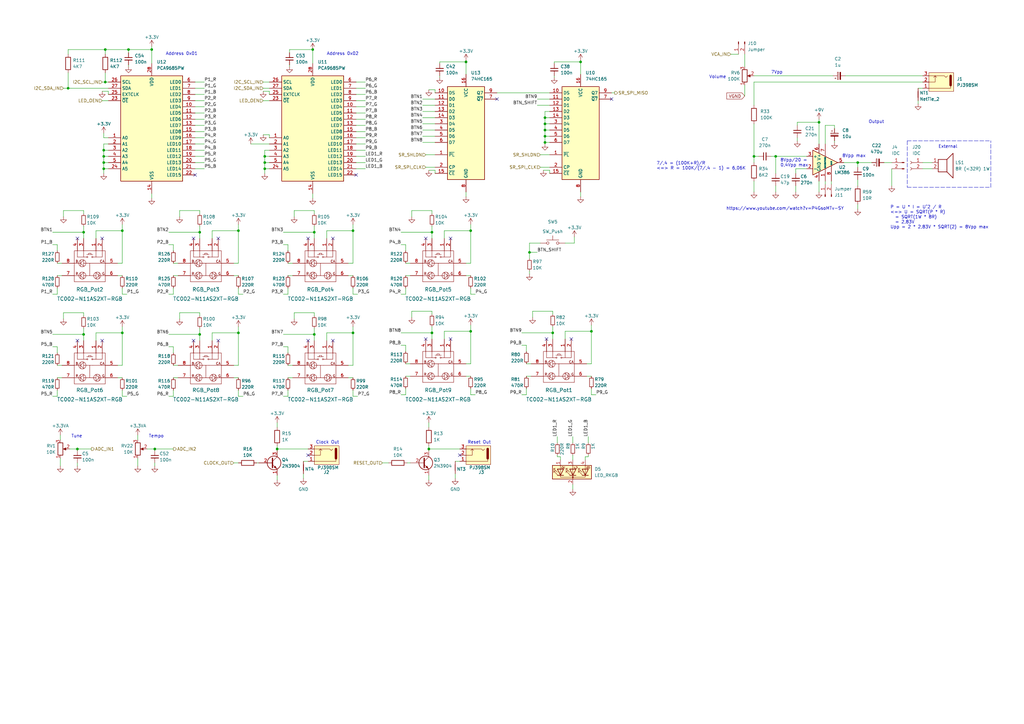
<source format=kicad_sch>
(kicad_sch (version 20211123) (generator eeschema)
  (paper "A3")
  (title_block (title "LivSynth - IO") (date "2022-07-18") (rev "${Version}") (company "SloBlo Labs"))
  (junction (at 144.78 94.615))
  (junction (at 108.585 66.675))
  (junction (at 42.545 64.135))
  (junction (at 62.23 20.32))
  (junction (at 52.705 20.32))
  (junction (at 34.29 95.25))
  (junction (at 42.545 66.675))
  (junction (at 97.79 94.615))
  (junction (at 175.895 184.15))
  (junction (at 42.545 69.215))
  (junction (at 128.27 20.32))
  (junction (at 128.905 137.16))
  (junction (at 223.52 58.42))
  (junction (at 242.57 135.89))
  (junction (at 351.79 66.675))
  (junction (at 97.79 136.525))
  (junction (at 238.125 25.4))
  (junction (at 335.915 50.165))
  (junction (at 81.915 137.16))
  (junction (at 27.94 36.195))
  (junction (at 177.165 136.525))
  (junction (at 226.695 136.525))
  (junction (at 31.75 184.15))
  (junction (at 108.585 64.135))
  (junction (at 193.04 94.615))
  (junction (at 223.52 50.8))
  (junction (at 81.915 95.25))
  (junction (at 318.135 64.135))
  (junction (at 43.18 33.655))
  (junction (at 113.665 184.15))
  (junction (at 191.135 25.4))
  (junction (at 144.78 136.525))
  (junction (at 50.165 136.525))
  (junction (at 177.165 95.25))
  (junction (at 42.545 61.595))
  (junction (at 50.165 94.615))
  (junction (at 128.905 95.25))
  (junction (at 43.18 20.32))
  (junction (at 193.04 135.89))
  (junction (at 63.5 184.15))
  (junction (at 217.17 103.505))
  (junction (at 309.245 64.135))
  (junction (at 223.52 48.26))
  (junction (at 34.29 137.16))
  (junction (at 108.585 69.215))
  (junction (at 223.52 53.34))
  (junction (at 223.52 55.88))
  (no_connect (at 234.315 139.065))
  (no_connect (at 224.155 139.065))
  (no_connect (at 79.375 97.79))
  (no_connect (at 203.835 40.64))
  (no_connect (at 80.01 71.755))
  (no_connect (at 31.75 97.79))
  (no_connect (at 41.91 97.79))
  (no_connect (at 126.365 139.7))
  (no_connect (at 188.595 186.69))
  (no_connect (at 89.535 97.79))
  (no_connect (at 184.785 97.79))
  (no_connect (at 250.825 40.64))
  (no_connect (at 31.75 139.7))
  (no_connect (at 136.525 139.7))
  (no_connect (at 184.785 139.065))
  (no_connect (at 41.91 139.7))
  (no_connect (at 146.05 71.755))
  (no_connect (at 126.365 186.69))
  (no_connect (at 126.365 97.79))
  (no_connect (at 136.525 97.79))
  (no_connect (at 79.375 139.7))
  (no_connect (at 89.535 139.7))
  (no_connect (at 174.625 97.79))
  (no_connect (at 174.625 139.065))
  (wire (pts (xy 173.355 55.88) (xy 178.435 55.88)))
  (wire (pts (xy 144.78 136.525) (xy 144.78 133.985)))
  (wire (pts (xy 309.245 64.135) (xy 311.15 64.135)))
  (wire (pts (xy 39.37 94.615) (xy 50.165 94.615)))
  (wire (pts (xy 34.29 128.27) (xy 34.29 129.54)))
  (wire (pts (xy 335.915 48.895) (xy 335.915 50.165)))
  (wire (pts (xy 221.615 63.5) (xy 225.425 63.5)))
  (wire (pts (xy 43.18 29.845) (xy 43.18 33.655)))
  (wire (pts (xy 240.665 149.225) (xy 242.57 149.225)))
  (wire (pts (xy 99.695 120.65) (xy 97.79 120.65)))
  (wire (pts (xy 175.895 194.945) (xy 175.895 196.85)))
  (wire (pts (xy 34.29 86.36) (xy 34.29 87.63)))
  (wire (pts (xy 203.835 38.1) (xy 225.425 38.1)))
  (wire (pts (xy 69.215 120.65) (xy 71.12 120.65)))
  (wire (pts (xy 69.215 100.33) (xy 71.12 100.33)))
  (wire (pts (xy 142.875 107.95) (xy 144.78 107.95)))
  (wire (pts (xy 80.01 51.435) (xy 83.82 51.435)))
  (wire (pts (xy 182.245 135.89) (xy 182.245 139.065)))
  (wire (pts (xy 242.57 161.925) (xy 242.57 159.385)))
  (wire (pts (xy 128.905 95.25) (xy 128.905 97.79)))
  (wire (pts (xy 42.545 69.215) (xy 44.45 69.215)))
  (wire (pts (xy 146.05 48.895) (xy 149.86 48.895)))
  (wire (pts (xy 220.345 43.18) (xy 225.425 43.18)))
  (wire (pts (xy 191.135 78.74) (xy 191.135 80.645)))
  (wire (pts (xy 305.435 22.225) (xy 305.435 27.305)))
  (wire (pts (xy 166.37 161.925) (xy 166.37 159.385)))
  (wire (pts (xy 193.04 94.615) (xy 193.04 107.95)))
  (wire (pts (xy 95.885 107.95) (xy 97.79 107.95)))
  (wire (pts (xy 21.59 95.25) (xy 34.29 95.25)))
  (wire (pts (xy 56.515 178.435) (xy 56.515 180.34)))
  (wire (pts (xy 318.135 64.135) (xy 318.135 71.12)))
  (wire (pts (xy 146.05 51.435) (xy 149.86 51.435)))
  (wire (pts (xy 191.135 154.305) (xy 193.04 154.305)))
  (wire (pts (xy 42.545 66.675) (xy 42.545 64.135)))
  (wire (pts (xy 241.3 187.325) (xy 241.3 186.69)))
  (wire (pts (xy 113.665 182.88) (xy 113.665 184.15)))
  (wire (pts (xy 250.825 38.1) (xy 252.095 38.1)))
  (wire (pts (xy 299.72 22.225) (xy 302.895 22.225)))
  (wire (pts (xy 81.915 95.25) (xy 81.915 97.79)))
  (wire (pts (xy 166.37 120.65) (xy 166.37 118.11)))
  (wire (pts (xy 217.17 103.505) (xy 220.345 103.505)))
  (wire (pts (xy 215.9 141.605) (xy 215.9 144.145)))
  (wire (pts (xy 327.025 51.435) (xy 327.025 50.165)))
  (wire (pts (xy 241.3 179.07) (xy 241.3 181.61)))
  (wire (pts (xy 142.875 113.03) (xy 144.78 113.03)))
  (wire (pts (xy 133.985 94.615) (xy 144.78 94.615)))
  (wire (pts (xy 175.895 184.15) (xy 175.895 184.785)))
  (wire (pts (xy 326.39 76.2) (xy 326.39 78.74)))
  (wire (pts (xy 378.46 69.215) (xy 382.27 69.215)))
  (wire (pts (xy 342.265 51.435) (xy 342.265 52.705)))
  (wire (pts (xy 52.705 26.67) (xy 52.705 27.305)))
  (wire (pts (xy 318.135 76.2) (xy 318.135 78.74)))
  (wire (pts (xy 164.465 120.65) (xy 166.37 120.65)))
  (wire (pts (xy 238.125 78.74) (xy 238.125 80.645)))
  (wire (pts (xy 217.17 111.125) (xy 217.17 112.395)))
  (wire (pts (xy 23.495 162.56) (xy 23.495 160.02)))
  (wire (pts (xy 194.945 161.925) (xy 193.04 161.925)))
  (wire (pts (xy 128.905 128.27) (xy 128.905 129.54)))
  (wire (pts (xy 31.75 184.15) (xy 31.75 184.785)))
  (wire (pts (xy 234.95 186.69) (xy 234.95 188.595)))
  (wire (pts (xy 193.04 120.65) (xy 193.04 118.11)))
  (wire (pts (xy 24.765 178.435) (xy 24.765 180.34)))
  (wire (pts (xy 26.035 36.195) (xy 27.94 36.195)))
  (wire (pts (xy 50.165 136.525) (xy 50.165 133.985)))
  (wire (pts (xy 69.215 95.25) (xy 81.915 95.25)))
  (wire (pts (xy 177.165 86.36) (xy 177.165 87.63)))
  (wire (pts (xy 95.885 154.94) (xy 97.79 154.94)))
  (wire (pts (xy 166.37 154.305) (xy 168.275 154.305)))
  (wire (pts (xy 113.665 184.15) (xy 113.665 184.785)))
  (wire (pts (xy 97.79 136.525) (xy 97.79 149.86)))
  (wire (pts (xy 102.87 59.055) (xy 110.49 59.055)))
  (wire (pts (xy 305.435 34.925) (xy 305.435 39.37)))
  (wire (pts (xy 80.01 66.675) (xy 83.82 66.675)))
  (wire (pts (xy 156.845 189.865) (xy 159.385 189.865)))
  (wire (pts (xy 116.205 95.25) (xy 128.905 95.25)))
  (wire (pts (xy 191.135 107.95) (xy 193.04 107.95)))
  (polyline (pts (xy 372.11 57.785) (xy 406.4 57.785)))
  (wire (pts (xy 226.695 136.525) (xy 226.695 139.065)))
  (wire (pts (xy 26.035 88.9) (xy 26.035 86.36)))
  (wire (pts (xy 335.915 50.165) (xy 335.915 59.055)))
  (wire (pts (xy 80.01 69.215) (xy 83.82 69.215)))
  (wire (pts (xy 73.66 128.27) (xy 81.915 128.27)))
  (wire (pts (xy 142.875 154.94) (xy 144.78 154.94)))
  (wire (pts (xy 164.465 95.25) (xy 177.165 95.25)))
  (wire (pts (xy 80.01 43.815) (xy 83.82 43.815)))
  (wire (pts (xy 223.52 50.8) (xy 223.52 48.26)))
  (wire (pts (xy 240.665 154.305) (xy 242.57 154.305)))
  (wire (pts (xy 80.01 59.055) (xy 83.82 59.055)))
  (wire (pts (xy 23.495 149.86) (xy 25.4 149.86)))
  (wire (pts (xy 39.37 136.525) (xy 39.37 139.7)))
  (wire (pts (xy 168.91 86.36) (xy 177.165 86.36)))
  (wire (pts (xy 128.27 79.375) (xy 128.27 81.28)))
  (wire (pts (xy 23.495 107.95) (xy 25.4 107.95)))
  (wire (pts (xy 177.165 127.635) (xy 177.165 128.905)))
  (wire (pts (xy 146.685 120.65) (xy 144.78 120.65)))
  (wire (pts (xy 128.905 134.62) (xy 128.905 137.16)))
  (wire (pts (xy 223.52 48.26) (xy 223.52 45.72)))
  (wire (pts (xy 42.545 64.135) (xy 44.45 64.135)))
  (wire (pts (xy 213.995 161.925) (xy 215.9 161.925)))
  (wire (pts (xy 327.025 50.165) (xy 335.915 50.165)))
  (wire (pts (xy 144.78 120.65) (xy 144.78 118.11)))
  (wire (pts (xy 174.625 63.5) (xy 178.435 63.5)))
  (wire (pts (xy 118.11 107.95) (xy 120.015 107.95)))
  (wire (pts (xy 120.65 88.9) (xy 120.65 86.36)))
  (wire (pts (xy 62.23 19.05) (xy 62.23 20.32)))
  (wire (pts (xy 351.79 66.675) (xy 357.505 66.675)))
  (wire (pts (xy 128.27 20.32) (xy 128.27 26.035)))
  (wire (pts (xy 113.665 173.355) (xy 113.665 175.26)))
  (wire (pts (xy 86.995 94.615) (xy 86.995 97.79)))
  (wire (pts (xy 166.37 100.33) (xy 166.37 102.87)))
  (wire (pts (xy 27.94 29.845) (xy 27.94 36.195)))
  (wire (pts (xy 173.355 45.72) (xy 178.435 45.72)))
  (wire (pts (xy 193.04 135.89) (xy 193.04 133.35)))
  (wire (pts (xy 124.46 189.23) (xy 126.365 189.23)))
  (wire (pts (xy 120.65 130.81) (xy 120.65 128.27)))
  (wire (pts (xy 34.29 95.25) (xy 34.29 97.79)))
  (wire (pts (xy 180.34 25.4) (xy 191.135 25.4)))
  (wire (pts (xy 63.5 189.865) (xy 63.5 191.135)))
  (wire (pts (xy 240.03 187.325) (xy 241.3 187.325)))
  (wire (pts (xy 60.325 184.15) (xy 63.5 184.15)))
  (wire (pts (xy 27.94 20.32) (xy 43.18 20.32)))
  (wire (pts (xy 108.585 61.595) (xy 110.49 61.595)))
  (wire (pts (xy 175.895 36.83) (xy 178.435 36.83)))
  (wire (pts (xy 191.135 149.225) (xy 193.04 149.225)))
  (wire (pts (xy 146.05 61.595) (xy 149.86 61.595)))
  (wire (pts (xy 107.95 41.275) (xy 110.49 41.275)))
  (wire (pts (xy 231.775 135.89) (xy 231.775 139.065)))
  (wire (pts (xy 97.79 94.615) (xy 97.79 107.95)))
  (wire (pts (xy 177.165 136.525) (xy 177.165 139.065)))
  (wire (pts (xy 223.52 53.34) (xy 225.425 53.34)))
  (wire (pts (xy 193.04 92.075) (xy 193.04 94.615)))
  (wire (pts (xy 23.495 113.03) (xy 25.4 113.03)))
  (wire (pts (xy 223.52 48.26) (xy 225.425 48.26)))
  (wire (pts (xy 86.995 94.615) (xy 97.79 94.615)))
  (wire (pts (xy 222.885 69.85) (xy 225.425 69.85)))
  (wire (pts (xy 146.05 56.515) (xy 149.86 56.515)))
  (wire (pts (xy 215.9 149.225) (xy 217.805 149.225)))
  (wire (pts (xy 167.005 189.865) (xy 168.275 189.865)))
  (wire (pts (xy 50.165 162.56) (xy 50.165 160.02)))
  (wire (pts (xy 168.91 88.9) (xy 168.91 86.36)))
  (wire (pts (xy 52.705 20.32) (xy 52.705 21.59)))
  (wire (pts (xy 81.915 92.71) (xy 81.915 95.25)))
  (wire (pts (xy 34.29 134.62) (xy 34.29 137.16)))
  (wire (pts (xy 231.775 135.89) (xy 242.57 135.89)))
  (wire (pts (xy 223.52 50.8) (xy 225.425 50.8)))
  (wire (pts (xy 144.78 162.56) (xy 144.78 160.02)))
  (wire (pts (xy 173.355 48.26) (xy 178.435 48.26)))
  (wire (pts (xy 73.66 86.36) (xy 81.915 86.36)))
  (wire (pts (xy 21.59 162.56) (xy 23.495 162.56)))
  (wire (pts (xy 229.87 187.325) (xy 228.6 187.325)))
  (wire (pts (xy 238.125 25.4) (xy 238.125 30.48)))
  (wire (pts (xy 142.875 149.86) (xy 144.78 149.86)))
  (wire (pts (xy 118.745 26.67) (xy 118.745 27.305)))
  (wire (pts (xy 86.995 136.525) (xy 97.79 136.525)))
  (wire (pts (xy 71.12 162.56) (xy 71.12 160.02)))
  (wire (pts (xy 234.95 198.755) (xy 234.95 200.66)))
  (wire (pts (xy 193.04 161.925) (xy 193.04 159.385)))
  (wire (pts (xy 213.995 141.605) (xy 215.9 141.605)))
  (wire (pts (xy 42.545 59.055) (xy 44.45 59.055)))
  (wire (pts (xy 44.45 37.465) (xy 44.45 38.735)))
  (wire (pts (xy 56.515 187.96) (xy 56.515 191.135)))
  (wire (pts (xy 223.52 58.42) (xy 223.52 55.88)))
  (wire (pts (xy 107.95 36.195) (xy 110.49 36.195)))
  (wire (pts (xy 21.59 100.33) (xy 23.495 100.33)))
  (wire (pts (xy 116.205 162.56) (xy 118.11 162.56)))
  (wire (pts (xy 50.165 136.525) (xy 50.165 149.86)))
  (wire (pts (xy 338.455 51.435) (xy 342.265 51.435)))
  (wire (pts (xy 173.355 40.64) (xy 178.435 40.64)))
  (wire (pts (xy 166.37 141.605) (xy 166.37 144.145)))
  (wire (pts (xy 309.245 33.655) (xy 378.46 33.655)))
  (wire (pts (xy 113.665 184.15) (xy 126.365 184.15)))
  (wire (pts (xy 62.23 20.32) (xy 62.23 26.035)))
  (wire (pts (xy 228.6 179.07) (xy 228.6 181.61)))
  (wire (pts (xy 178.435 69.85) (xy 178.435 71.12)))
  (wire (pts (xy 231.775 99.695) (xy 235.585 99.695)))
  (wire (pts (xy 110.49 55.245) (xy 110.49 56.515)))
  (wire (pts (xy 69.215 137.16) (xy 81.915 137.16)))
  (wire (pts (xy 318.135 64.135) (xy 330.835 64.135)))
  (wire (pts (xy 164.465 141.605) (xy 166.37 141.605)))
  (wire (pts (xy 118.745 20.32) (xy 128.27 20.32)))
  (wire (pts (xy 69.215 142.24) (xy 71.12 142.24)))
  (wire (pts (xy 335.915 74.295) (xy 335.915 78.74)))
  (wire (pts (xy 50.165 107.95) (xy 50.165 94.615)))
  (wire (pts (xy 23.495 154.94) (xy 25.4 154.94)))
  (wire (pts (xy 146.05 59.055) (xy 149.86 59.055)))
  (wire (pts (xy 326.39 69.215) (xy 330.835 69.215)))
  (wire (pts (xy 97.79 136.525) (xy 97.79 133.985)))
  (wire (pts (xy 43.18 20.32) (xy 43.18 22.225)))
  (wire (pts (xy 217.17 99.695) (xy 217.17 103.505)))
  (wire (pts (xy 80.01 64.135) (xy 83.82 64.135)))
  (wire (pts (xy 118.11 100.33) (xy 118.11 102.87)))
  (wire (pts (xy 80.01 41.275) (xy 83.82 41.275)))
  (wire (pts (xy 108.585 64.135) (xy 110.49 64.135)))
  (wire (pts (xy 340.995 74.295) (xy 340.995 75.565)))
  (wire (pts (xy 146.05 43.815) (xy 149.86 43.815)))
  (wire (pts (xy 186.69 194.31) (xy 186.69 196.215)))
  (wire (pts (xy 164.465 161.925) (xy 166.37 161.925)))
  (wire (pts (xy 80.01 38.735) (xy 83.82 38.735)))
  (wire (pts (xy 229.87 188.595) (xy 229.87 187.325)))
  (wire (pts (xy 23.495 120.65) (xy 23.495 118.11)))
  (wire (pts (xy 80.01 61.595) (xy 83.82 61.595)))
  (wire (pts (xy 133.985 94.615) (xy 133.985 97.79)))
  (wire (pts (xy 42.545 66.675) (xy 44.45 66.675)))
  (wire (pts (xy 173.355 50.8) (xy 178.435 50.8)))
  (wire (pts (xy 105.41 189.865) (xy 106.045 189.865)))
  (wire (pts (xy 69.215 162.56) (xy 71.12 162.56)))
  (wire (pts (xy 166.37 113.03) (xy 168.275 113.03)))
  (wire (pts (xy 42.545 64.135) (xy 42.545 61.595)))
  (wire (pts (xy 63.5 184.15) (xy 63.5 184.785)))
  (wire (pts (xy 146.05 69.215) (xy 149.86 69.215)))
  (wire (pts (xy 116.205 142.24) (xy 118.11 142.24)))
  (wire (pts (xy 108.585 64.135) (xy 108.585 61.595)))
  (wire (pts (xy 41.91 33.655) (xy 43.18 33.655)))
  (wire (pts (xy 116.205 100.33) (xy 118.11 100.33)))
  (wire (pts (xy 42.545 61.595) (xy 44.45 61.595)))
  (wire (pts (xy 118.745 20.32) (xy 118.745 21.59)))
  (wire (pts (xy 133.985 136.525) (xy 133.985 139.7)))
  (wire (pts (xy 234.95 179.07) (xy 234.95 181.61)))
  (wire (pts (xy 223.52 55.88) (xy 225.425 55.88)))
  (wire (pts (xy 164.465 100.33) (xy 166.37 100.33)))
  (wire (pts (xy 62.23 79.375) (xy 62.23 81.28)))
  (wire (pts (xy 217.17 106.045) (xy 217.17 103.505)))
  (wire (pts (xy 120.65 86.36) (xy 128.905 86.36)))
  (wire (pts (xy 43.18 33.655) (xy 44.45 33.655)))
  (wire (pts (xy 182.245 135.89) (xy 193.04 135.89)))
  (wire (pts (xy 175.895 173.355) (xy 175.895 175.26)))
  (polyline (pts (xy 372.11 76.835) (xy 406.4 76.835)))
  (wire (pts (xy 128.905 86.36) (xy 128.905 87.63)))
  (wire (pts (xy 26.035 128.27) (xy 34.29 128.27)))
  (wire (pts (xy 180.34 31.115) (xy 180.34 31.75)))
  (wire (pts (xy 23.495 142.24) (xy 23.495 144.78)))
  (wire (pts (xy 226.695 127.635) (xy 226.695 128.905)))
  (wire (pts (xy 50.165 94.615) (xy 50.165 92.075)))
  (wire (pts (xy 118.11 142.24) (xy 118.11 144.78)))
  (wire (pts (xy 52.07 162.56) (xy 50.165 162.56)))
  (wire (pts (xy 128.905 92.71) (xy 128.905 95.25)))
  (wire (pts (xy 28.575 184.15) (xy 31.75 184.15)))
  (wire (pts (xy 116.205 137.16) (xy 128.905 137.16)))
  (wire (pts (xy 108.585 66.675) (xy 108.585 64.135)))
  (wire (pts (xy 191.135 25.4) (xy 191.135 30.48)))
  (wire (pts (xy 309.245 50.8) (xy 309.245 64.135)))
  (wire (pts (xy 223.52 55.88) (xy 223.52 53.34)))
  (wire (pts (xy 97.79 120.65) (xy 97.79 118.11)))
  (wire (pts (xy 175.895 182.88) (xy 175.895 184.15)))
  (wire (pts (xy 97.79 162.56) (xy 97.79 160.02)))
  (wire (pts (xy 178.435 36.83) (xy 178.435 38.1)))
  (wire (pts (xy 175.895 69.85) (xy 178.435 69.85)))
  (wire (pts (xy 173.355 43.18) (xy 178.435 43.18)))
  (wire (pts (xy 217.17 99.695) (xy 221.615 99.695)))
  (wire (pts (xy 365.76 76.2) (xy 365.76 69.215)))
  (wire (pts (xy 326.39 71.12) (xy 326.39 69.215)))
  (wire (pts (xy 144.78 136.525) (xy 144.78 149.86)))
  (wire (pts (xy 218.44 130.175) (xy 218.44 127.635)))
  (wire (pts (xy 26.035 86.36) (xy 34.29 86.36)))
  (wire (pts (xy 95.885 113.03) (xy 97.79 113.03)))
  (wire (pts (xy 80.01 48.895) (xy 83.82 48.895)))
  (wire (pts (xy 71.12 100.33) (xy 71.12 102.87)))
  (wire (pts (xy 108.585 66.675) (xy 110.49 66.675)))
  (wire (pts (xy 174.625 68.58) (xy 178.435 68.58)))
  (wire (pts (xy 71.12 113.03) (xy 73.025 113.03)))
  (wire (pts (xy 71.12 149.86) (xy 73.025 149.86)))
  (wire (pts (xy 108.585 71.12) (xy 108.585 69.215)))
  (wire (pts (xy 223.52 53.34) (xy 223.52 50.8)))
  (wire (pts (xy 227.33 26.035) (xy 227.33 25.4)))
  (wire (pts (xy 309.245 33.655) (xy 309.245 43.18)))
  (wire (pts (xy 80.01 46.355) (xy 83.82 46.355)))
  (wire (pts (xy 191.135 24.765) (xy 191.135 25.4)))
  (wire (pts (xy 80.01 36.195) (xy 83.82 36.195)))
  (wire (pts (xy 27.94 22.225) (xy 27.94 20.32)))
  (wire (pts (xy 164.465 136.525) (xy 177.165 136.525)))
  (wire (pts (xy 80.01 56.515) (xy 83.82 56.515)))
  (wire (pts (xy 327.025 56.515) (xy 327.025 57.785)))
  (wire (pts (xy 182.245 94.615) (xy 193.04 94.615)))
  (wire (pts (xy 220.345 40.64) (xy 225.425 40.64)))
  (wire (pts (xy 21.59 137.16) (xy 34.29 137.16)))
  (wire (pts (xy 215.9 154.305) (xy 217.805 154.305)))
  (wire (pts (xy 235.585 97.155) (xy 235.585 99.695)))
  (wire (pts (xy 215.9 161.925) (xy 215.9 159.385)))
  (wire (pts (xy 43.18 20.32) (xy 52.705 20.32)))
  (wire (pts (xy 309.245 64.135) (xy 309.245 66.675)))
  (wire (pts (xy 146.05 33.655) (xy 149.86 33.655)))
  (wire (pts (xy 146.05 36.195) (xy 149.86 36.195)))
  (wire (pts (xy 338.455 74.295) (xy 338.455 75.565)))
  (wire (pts (xy 309.245 74.295) (xy 309.245 78.74)))
  (wire (pts (xy 168.91 130.175) (xy 168.91 127.635)))
  (wire (pts (xy 228.6 187.325) (xy 228.6 186.69)))
  (wire (pts (xy 42.545 71.12) (xy 42.545 69.215)))
  (wire (pts (xy 144.78 94.615) (xy 144.78 92.075)))
  (wire (pts (xy 27.94 36.195) (xy 44.45 36.195)))
  (wire (pts (xy 97.79 94.615) (xy 97.79 92.075)))
  (wire (pts (xy 180.34 26.035) (xy 180.34 25.4)))
  (wire (pts (xy 146.05 41.275) (xy 149.86 41.275)))
  (wire (pts (xy 177.165 95.25) (xy 177.165 97.79)))
  (wire (pts (xy 118.11 120.65) (xy 118.11 118.11)))
  (wire (pts (xy 39.37 94.615) (xy 39.37 97.79)))
  (wire (pts (xy 23.495 100.33) (xy 23.495 102.87)))
  (wire (pts (xy 116.205 120.65) (xy 118.11 120.65)))
  (wire (pts (xy 242.57 135.89) (xy 242.57 149.225)))
  (wire (pts (xy 194.945 120.65) (xy 193.04 120.65)))
  (wire (pts (xy 351.79 83.82) (xy 351.79 85.725)))
  (wire (pts (xy 21.59 120.65) (xy 23.495 120.65)))
  (wire (pts (xy 63.5 184.15) (xy 71.12 184.15)))
  (wire (pts (xy 124.46 194.31) (xy 124.46 196.215)))
  (wire (pts (xy 173.355 53.34) (xy 178.435 53.34)))
  (wire (pts (xy 362.585 66.675) (xy 365.76 66.675)))
  (wire (pts (xy 342.265 57.785) (xy 342.265 58.42)))
  (wire (pts (xy 108.585 69.215) (xy 108.585 66.675)))
  (wire (pts (xy 107.95 37.465) (xy 110.49 37.465)))
  (wire (pts (xy 193.04 135.89) (xy 193.04 149.225)))
  (wire (pts (xy 80.01 33.655) (xy 83.82 33.655)))
  (wire (pts (xy 110.49 37.465) (xy 110.49 38.735)))
  (wire (pts (xy 26.035 130.81) (xy 26.035 128.27)))
  (wire (pts (xy 146.685 162.56) (xy 144.78 162.56)))
  (wire (pts (xy 351.79 73.66) (xy 351.79 76.2)))
  (wire (pts (xy 221.615 68.58) (xy 225.425 68.58)))
  (wire (pts (xy 351.79 66.675) (xy 351.79 68.58)))
  (wire (pts (xy 42.545 61.595) (xy 42.545 59.055)))
  (wire (pts (xy 346.71 31.115) (xy 378.46 31.115)))
  (wire (pts (xy 31.75 189.865) (xy 31.75 191.135)))
  (wire (pts (xy 73.66 88.9) (xy 73.66 86.36)))
  (wire (pts (xy 346.075 66.675) (xy 351.79 66.675)))
  (wire (pts (xy 71.12 142.24) (xy 71.12 144.78)))
  (wire (pts (xy 191.135 113.03) (xy 193.04 113.03)))
  (wire (pts (xy 118.11 154.94) (xy 120.015 154.94)))
  (wire (pts (xy 168.91 127.635) (xy 177.165 127.635)))
  (polyline (pts (xy 406.4 76.835) (xy 406.4 57.785)))
  (wire (pts (xy 133.985 136.525) (xy 144.78 136.525)))
  (wire (pts (xy 34.29 92.71) (xy 34.29 95.25)))
  (wire (pts (xy 316.23 64.135) (xy 318.135 64.135)))
  (wire (pts (xy 99.695 162.56) (xy 97.79 162.56)))
  (wire (pts (xy 41.91 41.275) (xy 44.45 41.275)))
  (wire (pts (xy 31.75 184.15) (xy 37.465 184.15)))
  (polyline (pts (xy 372.11 57.785) (xy 372.11 76.835)))
  (wire (pts (xy 146.05 46.355) (xy 149.86 46.355)))
  (wire (pts (xy 52.07 120.65) (xy 50.165 120.65)))
  (wire (pts (xy 107.95 55.245) (xy 110.49 55.245)))
  (wire (pts (xy 182.245 94.615) (xy 182.245 97.79)))
  (wire (pts (xy 177.165 92.71) (xy 177.165 95.25)))
  (wire (pts (xy 227.33 25.4) (xy 238.125 25.4)))
  (wire (pts (xy 50.165 120.65) (xy 50.165 118.11)))
  (wire (pts (xy 108.585 69.215) (xy 110.49 69.215)))
  (wire (pts (xy 223.52 59.055) (xy 223.52 58.42)))
  (wire (pts (xy 146.05 53.975) (xy 149.86 53.975)))
  (wire (pts (xy 48.26 149.86) (xy 50.165 149.86)))
  (wire (pts (xy 376.555 36.195) (xy 378.46 36.195)))
  (wire (pts (xy 48.26 113.03) (xy 50.165 113.03)))
  (wire (pts (xy 113.665 194.945) (xy 113.665 196.85)))
  (wire (pts (xy 86.995 136.525) (xy 86.995 139.7)))
  (wire (pts (xy 95.885 189.865) (xy 97.79 189.865)))
  (wire (pts (xy 166.37 107.95) (xy 168.275 107.95)))
  (wire (pts (xy 71.12 154.94) (xy 73.025 154.94)))
  (wire (pts (xy 48.26 154.94) (xy 50.165 154.94)))
  (wire (pts (xy 225.425 69.85) (xy 225.425 71.12)))
  (wire (pts (xy 226.695 133.985) (xy 226.695 136.525)))
  (wire (pts (xy 146.05 66.675) (xy 149.86 66.675)))
  (wire (pts (xy 309.245 31.115) (xy 341.63 31.115)))
  (wire (pts (xy 34.29 137.16) (xy 34.29 139.7)))
  (wire (pts (xy 48.26 107.95) (xy 50.165 107.95)))
  (wire (pts (xy 175.895 184.15) (xy 188.595 184.15)))
  (wire (pts (xy 42.545 69.215) (xy 42.545 66.675)))
  (wire (pts (xy 81.915 137.16) (xy 81.915 139.7)))
  (wire (pts (xy 173.355 58.42) (xy 178.435 58.42)))
  (wire (pts (xy 186.69 189.23) (xy 188.595 189.23)))
  (wire (pts (xy 242.57 135.89) (xy 242.57 133.35)))
  (wire (pts (xy 223.52 45.72) (xy 225.425 45.72)))
  (wire (pts (xy 41.91 37.465) (xy 44.45 37.465)))
  (wire (pts (xy 80.01 53.975) (xy 83.82 53.975)))
  (wire (pts (xy 95.885 149.86) (xy 97.79 149.86)))
  (wire (pts (xy 146.05 64.135) (xy 149.86 64.135)))
  (wire (pts (xy 213.995 136.525) (xy 226.695 136.525)))
  (wire (pts (xy 378.46 66.675) (xy 382.27 66.675)))
  (wire (pts (xy 244.475 161.925) (xy 242.57 161.925)))
  (wire (pts (xy 120.65 128.27) (xy 128.905 128.27)))
  (wire (pts (xy 240.03 188.595) (xy 240.03 187.325)))
  (wire (pts (xy 24.765 187.96) (xy 24.765 191.135)))
  (wire (pts (xy 118.11 162.56) (xy 118.11 160.02)))
  (wire (pts (xy 71.12 120.65) (xy 71.12 118.11)))
  (wire (pts (xy 223.52 58.42) (xy 225.425 58.42)))
  (wire (pts (xy 81.915 134.62) (xy 81.915 137.16)))
  (wire (pts (xy 107.95 33.655) (xy 110.49 33.655)))
  (wire (pts (xy 81.915 86.36) (xy 81.915 87.63)))
  (wire (pts (xy 227.33 31.115) (xy 227.33 31.75)))
  (wire (pts (xy 118.11 149.86) (xy 120.015 149.86)))
  (wire (pts (xy 81.915 128.27) (xy 81.915 129.54)))
  (wire (pts (xy 73.66 130.81) (xy 73.66 128.27)))
  (wire (pts (xy 39.37 136.525) (xy 50.165 136.525)))
  (wire (pts (xy 71.12 107.95) (xy 73.025 107.95)))
  (wire (pts (xy 42.545 56.515) (xy 42.545 54.61)))
  (wire (pts (xy 376.555 41.275) (xy 376.555 42.545)))
  (wire (pts (xy 166.37 149.225) (xy 168.275 149.225)))
  (wire (pts (xy 338.455 59.055) (xy 338.455 51.435)))
  (wire (pts (xy 238.125 24.765) (xy 238.125 25.4)))
  (wire (pts (xy 52.705 20.32) (xy 62.23 20.32)))
  (wire (pts (xy 21.59 142.24) (xy 23.495 142.24)))
  (wire (pts (xy 218.44 127.635) (xy 226.695 127.635)))
  (wire (pts (xy 128.905 137.16) (xy 128.905 139.7)))
  (wire (pts (xy 44.45 56.515) (xy 42.545 56.515)))
  (wire (pts (xy 144.78 94.615) (xy 144.78 107.95)))
  (wire (pts (xy 177.165 133.985) (xy 177.165 136.525)))
  (wire (pts (xy 118.11 113.03) (xy 120.015 113.03)))
  (wire (pts (xy 146.05 38.735) (xy 149.86 38.735)))
  (text "Address 0x01" (at 67.945 22.86 0) (effects (font (size 1.27 1.27)) (justify left bottom)))
  (text "Clock Out" (at 129.54 182.245 0) (effects (font (size 1.27 1.27)) (justify left bottom)))
  (text "8Vpp/20 =\n0,4Vpp max" (at 320.04 68.58 0) (effects (font (size 1.27 1.27)) (justify left bottom)))
  (text "https://www.youtube.com/watch?v=P4GsoMTv-SY" (at 297.815 86.36 0) (effects (font (size 1.27 1.27)) (justify left bottom)))
  (text "Tempo" (at 60.96 179.705 0) (effects (font (size 1.27 1.27)) (justify left bottom)))
  (text "Tune" (at 29.21 179.705 0) (effects (font (size 1.27 1.27)) (justify left bottom)))
  (text "Output" (at 356.235 50.8 0) (effects (font (size 1.27 1.27)) (justify left bottom)))
  (text "7/,4 = (100K+R)/R\n<=> R = 100K/(7/,4 - 1) = 6,06K" (at 269.24 69.85 0) (effects (font (size 1.27 1.27)) (justify left bottom)))
  (text "Address 0x02" (at 133.985 22.86 0) (effects (font (size 1.27 1.27)) (justify left bottom)))
  (text "Volume" (at 290.83 32.385 0) (effects (font (size 1.27 1.27)) (justify left bottom)))
  (text "Reset Out" (at 191.77 182.245 0) (effects (font (size 1.27 1.27)) (justify left bottom)))
  (text "External" (at 384.81 60.96 0) (effects (font (size 1.27 1.27)) (justify left bottom)))
  (text "8Vpp max" (at 345.44 64.77 0) (effects (font (size 1.27 1.27)) (justify left bottom)))
  (text "P = U * I = U^2 / R\n<=> U = SQRT(P * R)\n  = SQRT(1W * 8R)\n  = 2,83V\nUpp = 2 * 2,83V * SQRT(2) = 8Vpp max" (at 365.125 93.98 0) (effects (font (size 1.27 1.27)) (justify left bottom)))
  (text "7Vpp" (at 316.23 30.48 0) (effects (font (size 1.27 1.27)) (justify left bottom)))
  (label "P2_R" (at 69.215 120.65 180))
  (label "P5_G" (at 83.82 66.675 0))
  (label "P3_G" (at 146.685 120.65 0))
  (label "P2_B" (at 69.215 100.33 180))
  (label "BTN4" (at 164.465 95.25 180))
  (label "LED1_B" (at 149.86 69.215 0))
  (label "P5_G" (at 52.07 162.56 0))
  (label "P2_B" (at 83.82 46.355 0))
  (label "P7_G" (at 146.685 162.56 0))
  (label "LED1_R" (at 228.6 179.07 90))
  (label "BTN1" (at 173.355 40.64 180))
  (label "P4_G" (at 194.945 120.65 0))
  (label "P6_B" (at 69.215 142.24 180))
  (label "P1_R" (at 21.59 120.65 180))
  (label "P6_G" (at 149.86 36.195 0))
  (label "P1_G" (at 52.07 120.65 0))
  (label "P4_B" (at 164.465 100.33 180))
  (label "BTN3" (at 116.205 95.25 180))
  (label "P6_R" (at 69.215 162.56 180))
  (label "P8_R" (at 164.465 161.925 180))
  (label "BTN4" (at 173.355 48.26 180))
  (label "P5_R" (at 83.82 64.135 0))
  (label "LED1_G" (at 149.86 66.675 0))
  (label "BTN5" (at 21.59 137.16 180))
  (label "P7_G" (at 149.86 43.815 0))
  (label "P8_R" (at 149.86 48.895 0))
  (label "P7_R" (at 149.86 41.275 0))
  (label "P3_G" (at 83.82 51.435 0))
  (label "BTN7" (at 116.205 137.16 180))
  (label "P7_B" (at 116.205 142.24 180))
  (label "BTN6" (at 69.215 137.16 180))
  (label "BTN2" (at 173.355 43.18 180))
  (label "P1_B" (at 83.82 38.735 0))
  (label "BTN_SHIFT" (at 220.345 103.505 0))
  (label "P5_R" (at 21.59 162.56 180))
  (label "P4_R" (at 83.82 56.515 0))
  (label "P5_B" (at 21.59 142.24 180))
  (label "P5_B" (at 83.82 69.215 0))
  (label "BTN8" (at 164.465 136.525 180))
  (label "P2_G" (at 99.695 120.65 0))
  (label "P9_B" (at 213.995 141.605 180))
  (label "P1_B" (at 21.59 100.33 180))
  (label "LED1_G" (at 234.95 179.07 90))
  (label "LED1_B" (at 241.3 179.07 90))
  (label "P6_R" (at 149.86 33.655 0))
  (label "BTN6" (at 173.355 53.34 180))
  (label "P2_R" (at 83.82 41.275 0))
  (label "P3_B" (at 83.82 53.975 0))
  (label "BTN1" (at 21.59 95.25 180))
  (label "BTN_SHIFT" (at 220.345 43.18 180))
  (label "P3_R" (at 116.205 120.65 180))
  (label "BTN3" (at 173.355 45.72 180))
  (label "P9_R" (at 149.86 56.515 0))
  (label "P3_R" (at 83.82 48.895 0))
  (label "P6_B" (at 149.86 38.735 0))
  (label "BTN5" (at 173.355 50.8 180))
  (label "BTN8" (at 173.355 58.42 180))
  (label "P2_G" (at 83.82 43.815 0))
  (label "P9_R" (at 213.995 161.925 180))
  (label "P9_G" (at 244.475 161.925 0))
  (label "P8_B" (at 149.86 53.975 0))
  (label "BTN9" (at 220.345 40.64 180))
  (label "P1_R" (at 83.82 33.655 0))
  (label "P9_B" (at 149.86 61.595 0))
  (label "P9_G" (at 149.86 59.055 0))
  (label "BTN2" (at 69.215 95.25 180))
  (label "P7_R" (at 116.205 162.56 180))
  (label "P8_G" (at 149.86 51.435 0))
  (label "BTN7" (at 173.355 55.88 180))
  (label "P8_G" (at 194.945 161.925 0))
  (label "BTN9" (at 213.995 136.525 180))
  (label "P4_R" (at 164.465 120.65 180))
  (label "P7_B" (at 149.86 46.355 0))
  (label "P1_G" (at 83.82 36.195 0))
  (label "LED1_R" (at 149.86 64.135 0))
  (label "P8_B" (at 164.465 141.605 180))
  (label "P6_G" (at 99.695 162.56 0))
  (label "P4_G" (at 83.82 59.055 0))
  (label "P3_B" (at 116.205 100.33 180))
  (label "P4_B" (at 83.82 61.595 0))
  (global_label "VGND" (shape input) (at 305.435 39.37 180) (property "Intersheet References" "${INTERSHEET_REFS}" (effects hide)))
  (hierarchical_label "ADC_IN2" (shape output) (at 71.12 184.15 0))
  (hierarchical_label "RESET_OUT" (shape input) (at 156.845 189.865 180))
  (hierarchical_label "LED_OEN" (shape input) (at 107.95 41.275 180))
  (hierarchical_label "SR_SPI_MISO" (shape output) (at 252.095 38.1 0))
  (hierarchical_label "I2C_SCL_IN" (shape input) (at 41.91 33.655 180))
  (hierarchical_label "CLOCK_OUT" (shape input) (at 95.885 189.865 180))
  (hierarchical_label "I2C_SDA_IN" (shape input) (at 107.95 36.195 180))
  (hierarchical_label "VCA_IN" (shape input) (at 299.72 22.225 180))
  (hierarchical_label "I2C_SDA_IN" (shape input) (at 26.035 36.195 180))
  (hierarchical_label "SR_SHLDN" (shape input) (at 174.625 63.5 180))
  (hierarchical_label "ADC_IN1" (shape output) (at 37.465 184.15 0))
  (hierarchical_label "SR_SHLDN" (shape input) (at 221.615 63.5 180))
  (hierarchical_label "LED_OEN" (shape input) (at 41.91 41.275 180))
  (hierarchical_label "SR_SPI_CLK" (shape input) (at 174.625 68.58 180))
  (hierarchical_label "SR_SPI_CLK" (shape input) (at 221.615 68.58 180))
  (hierarchical_label "I2C_SCL_IN" (shape input) (at 107.95 33.655 180))
  (symbol (lib_id "power:GND") (at 56.515 191.135 0) (unit 1)
    (property "Reference" "#PWR0120" (effects hide))
    (property "Value" "GND" (effects hide))
  )
  (symbol (lib_id "power:GND") (at 175.895 36.83 0) (unit 1)
    (property "Reference" "#PWR070" (effects hide))
    (property "Value" "GND" (effects hide))
  )
  (symbol (lib_id "power:GND") (at 175.895 69.85 0) (unit 1)
    (property "Reference" "#PWR080" (effects hide))
    (property "Value" "GND" (effects hide))
  )
  (symbol (lib_id "Device:R") (at 101.6 189.865 90) (unit 1)
    (property "Reference" "R16" (at 101.6 184.15 90))
    (property "Value" "10K" (at 101.6 186.69 90))
    (property "Footprint" "Resistor_THT:R_Axial_DIN0207_L6.3mm_D2.5mm_P7.62mm_Horizontal" (effects hide))
  )
  (symbol (lib_id "Driver_LED:PCA9685PW") (at 62.23 51.435 0) (unit 1)
    (property "Reference" "U12" (at 64.2494 25.4 0) (effects (justify left)))
    (property "Value" "PCA9685PW" (at 64.2494 27.94 0) (effects (justify left)))
    (property "Footprint" "Package_SO:TSSOP-28_4.4x9.7mm_P0.65mm" (effects hide))
    (property "Datasheet" "http://www.nxp.com/documents/data_sheet/PCA9685.pdf" (effects hide))
    (property "LCSC" "C2688894" (effects hide))
  )
  (symbol (lib_id "Device:R_Small") (at 193.04 156.845 0) (unit 1)
    (property "Reference" "R95" (at 194.31 155.575 0) (effects (justify left)))
    (property "Value" "220R" (at 194.31 158.115 0) (effects (justify left)))
    (property "Footprint" "Resistor_THT:R_Axial_DIN0207_L6.3mm_D2.5mm_P7.62mm_Horizontal" (effects hide))
  )
  (symbol (lib_id "power:GND") (at 52.705 27.305 0) (unit 1)
    (property "Reference" "#PWR066" (effects hide))
    (property "Value" "GND" (effects hide))
  )
  (symbol (lib_id "Device:R") (at 163.195 189.865 90) (unit 1)
    (property "Reference" "R14" (at 163.195 184.15 90))
    (property "Value" "10K" (at 163.195 186.69 90))
    (property "Footprint" "Resistor_THT:R_Axial_DIN0207_L6.3mm_D2.5mm_P7.62mm_Horizontal" (effects hide))
  )
  (symbol (lib_id "Device:R_Small") (at 215.9 146.685 0) (unit 1)
    (property "Reference" "R80" (at 209.55 145.415 0) (effects (justify left)))
    (property "Value" "220R" (at 209.55 147.955 0) (effects (justify left)))
    (property "Footprint" "Resistor_THT:R_Axial_DIN0207_L6.3mm_D2.5mm_P7.62mm_Horizontal" (effects hide))
  )
  (symbol (lib_id "Device:R_Small") (at 241.3 184.15 180) (unit 1)
    (property "Reference" "R9" (at 239.395 181.61 90) (effects (justify left)))
    (property "Value" "1K" (at 243.205 181.61 90) (effects (justify left)))
    (property "Footprint" "Resistor_THT:R_Axial_DIN0207_L6.3mm_D2.5mm_P7.62mm_Horizontal" (effects hide))
  )
  (symbol (lib_id "Device:R") (at 351.79 80.01 0) (unit 1)
    (property "Reference" "R59" (at 353.695 78.7399 0) (effects (justify left)))
    (property "Value" "10R" (at 353.695 81.2799 0) (effects (justify left)))
    (property "Footprint" "Resistor_THT:R_Axial_DIN0207_L6.3mm_D2.5mm_P7.62mm_Horizontal" (effects hide))
  )
  (symbol (lib_id "SloBlo:TC002-N11AS2XT-RGB") (at 131.445 109.22 0) (unit 1)
    (property "Reference" "RGB_Pot4" (at 131.445 118.745 0) (effects (font (size 1.524 1.524))))
    (property "Value" "TC002-N11AS2XT-RGB" (at 131.445 122.555 0) (effects (font (size 1.524 1.524))))
    (property "Footprint" "SloBlo:TC002-N11AS2XT-RGB" (effects hide))
  )
  (symbol (lib_id "Device:R_Small") (at 226.695 131.445 0) (unit 1)
    (property "Reference" "R82" (at 227.965 130.175 0) (effects (justify left)))
    (property "Value" "10K" (at 227.965 132.715 0) (effects (justify left)))
    (property "Footprint" "Resistor_THT:R_Axial_DIN0207_L6.3mm_D2.5mm_P7.62mm_Horizontal" (effects hide))
  )
  (symbol (lib_id "power:GND") (at 128.27 81.28 0) (unit 1)
    (property "Reference" "#PWR092" (effects hide))
    (property "Value" "GND" (effects hide))
  )
  (symbol (lib_id "Device:C_Polarized_Small") (at 344.17 31.115 90) (unit 1)
    (property "Reference" "C2" (at 343.6239 24.13 90))
    (property "Value" "1u" (at 343.6239 26.67 90))
    (property "Footprint" "Capacitor_THT:C_Rect_L7.2mm_W5.5mm_P5.00mm_FKS2_FKP2_MKS2_MKP2" (effects hide))
  )
  (symbol (lib_id "power:GND") (at 326.39 78.74 0) (unit 1)
    (property "Reference" "#PWR087" (effects hide))
    (property "Value" "GND" (effects hide))
  )
  (symbol (lib_id "Device:C_Small") (at 227.33 28.575 0) (unit 1)
    (property "Reference" "C38" (at 229.87 27.305 0) (effects (justify left)))
    (property "Value" "100n" (at 229.87 29.845 0) (effects (justify left)))
    (property "Footprint" "Capacitor_THT:C_Rect_L7.2mm_W2.5mm_P5.00mm_FKS2_FKP2_MKS2_MKP2" (effects hide))
  )
  (symbol (lib_id "Device:C_Small") (at 118.745 24.13 0) (unit 1)
    (property "Reference" "C53" (at 121.285 22.86 0) (effects (justify left)))
    (property "Value" "100n" (at 121.285 25.4 0) (effects (justify left)))
    (property "Footprint" "Capacitor_THT:C_Rect_L7.2mm_W2.5mm_P5.00mm_FKS2_FKP2_MKS2_MKP2" (effects hide))
  )
  (symbol (lib_id "power:+3.3V") (at 144.78 92.075 0) (unit 1)
    (property "Reference" "#PWR0100" (effects hide))
    (property "Value" "+3.3V" (at 144.78 88.265 0))
  )
  (symbol (lib_id "Device:R_Small") (at 118.11 105.41 0) (unit 1)
    (property "Reference" "R124" (at 111.76 104.14 0) (effects (justify left)))
    (property "Value" "220R" (at 111.76 106.68 0) (effects (justify left)))
    (property "Footprint" "Resistor_THT:R_Axial_DIN0207_L6.3mm_D2.5mm_P7.62mm_Horizontal" (effects hide))
  )
  (symbol (lib_id "Device:C_Small") (at 326.39 73.66 180) (unit 1)
    (property "Reference" "C6" (at 328.295 72.39 0) (effects (justify right)))
    (property "Value" "270n" (at 328.295 74.93 0) (effects (justify right)))
    (property "Footprint" "Capacitor_THT:C_Rect_L7.2mm_W4.5mm_P5.00mm_FKS2_FKP2_MKS2_MKP2" (effects hide))
  )
  (symbol (lib_id "Device:R") (at 175.895 179.07 0) (unit 1)
    (property "Reference" "R13" (at 177.8 177.7999 0) (effects (justify left)))
    (property "Value" "1K" (at 177.8 180.3399 0) (effects (justify left)))
    (property "Footprint" "Resistor_THT:R_Axial_DIN0207_L6.3mm_D2.5mm_P7.62mm_Horizontal" (effects hide))
  )
  (symbol (lib_id "power:GND") (at 41.91 37.465 0) (unit 1)
    (property "Reference" "#PWR071" (effects hide))
    (property "Value" "GND" (effects hide))
  )
  (symbol (lib_id "power:GND") (at 191.135 80.645 0) (unit 1)
    (property "Reference" "#PWR089" (effects hide))
    (property "Value" "GND" (effects hide))
  )
  (symbol (lib_id "SloBlo:TC002-N11AS2XT-RGB") (at 131.445 151.13 0) (unit 1)
    (property "Reference" "RGB_Pot7" (at 131.445 160.02 0) (effects (font (size 1.524 1.524))))
    (property "Value" "TC002-N11AS2XT-RGB" (at 131.445 163.83 0) (effects (font (size 1.524 1.524))))
    (property "Footprint" "SloBlo:TC002-N11AS2XT-RGB" (effects hide))
  )
  (symbol (lib_id "Device:R_Small") (at 228.6 184.15 180) (unit 1)
    (property "Reference" "R10" (at 226.695 181.61 90) (effects (justify left)))
    (property "Value" "220R" (at 230.505 181.61 90) (effects (justify left)))
    (property "Footprint" "Resistor_THT:R_Axial_DIN0207_L6.3mm_D2.5mm_P7.62mm_Horizontal" (effects hide))
  )
  (symbol (lib_id "SloBlo:PJ398SM_(Thonkiconn)") (at 191.135 186.69 180) (unit 1)
    (property "Reference" "J3" (at 196.215 193.675 0) (effects (justify right)))
    (property "Value" "PJ398SM" (at 192.405 191.77 0) (effects (justify right)))
    (property "Footprint" "SloBlo:Thonkiconn_PJ398SM" (effects hide))
    (property "Datasheet" "http://www.qingpu-electronics.com/en/products/WQP-PJ398SM-362.html" (effects hide))
  )
  (symbol (lib_id "power:GND") (at 351.79 85.725 0) (unit 1)
    (property "Reference" "#PWR093" (effects hide))
    (property "Value" "GND" (effects hide))
  )
  (symbol (lib_id "power:GND") (at 335.915 78.74 0) (unit 1)
    (property "Reference" "#PWR088" (effects hide))
    (property "Value" "GND" (effects hide))
  )
  (symbol (lib_id "Transistor_BJT:2N3904") (at 173.355 189.865 0) (unit 1)
    (property "Reference" "Q3" (at 177.8 188.595 0) (effects (justify left)))
    (property "Value" "2N3904" (at 177.8 191.135 0) (effects (justify left)))
    (property "Footprint" "Package_TO_SOT_THT:TO-92_Inline" (effects hide))
    (property "Datasheet" "https://www.onsemi.com/pub/Collateral/2N3903-D.PDF" (effects hide))
  )
  (symbol (lib_id "power:GND") (at 118.745 27.305 0) (unit 1)
    (property "Reference" "#PWR067" (effects hide))
    (property "Value" "GND" (effects hide))
  )
  (symbol (lib_id "Device:R_Small") (at 50.165 115.57 0) (unit 1)
    (property "Reference" "R110" (at 51.435 114.3 0) (effects (justify left)))
    (property "Value" "220R" (at 51.435 116.84 0) (effects (justify left)))
    (property "Footprint" "Resistor_THT:R_Axial_DIN0207_L6.3mm_D2.5mm_P7.62mm_Horizontal" (effects hide))
  )
  (symbol (lib_id "Switch:SW_Push") (at 226.695 99.695 0) (unit 1)
    (property "Reference" "SW5" (at 226.695 90.9574 0))
    (property "Value" "SW_Push" (at 226.695 94.9452 0))
    (property "Footprint" "SloBlo:E-Switch_TL1105SP" (effects hide))
  )
  (symbol (lib_id "power:GND") (at 24.765 191.135 0) (unit 1)
    (property "Reference" "#PWR0118" (effects hide))
    (property "Value" "GND" (effects hide))
  )
  (symbol (lib_id "Connector:Conn_01x02_Male") (at 302.895 17.145 90) (mirror x) (unit 1)
    (property "Reference" "J10" (at 306.705 17.78 90) (effects (justify right)))
    (property "Value" "Jumper" (at 306.705 20.32 90) (effects (justify right)))
    (property "Footprint" "Connector_PinHeader_2.54mm:PinHeader_1x02_P2.54mm_Vertical" (effects hide))
  )
  (symbol (lib_id "SloBlo:TC002-N11AS2XT-RGB") (at 84.455 109.22 0) (unit 1)
    (property "Reference" "RGB_Pot3" (at 84.455 118.745 0) (effects (font (size 1.524 1.524))))
    (property "Value" "TC002-N11AS2XT-RGB" (at 84.455 122.555 0) (effects (font (size 1.524 1.524))))
    (property "Footprint" "SloBlo:TC002-N11AS2XT-RGB" (effects hide))
  )
  (symbol (lib_id "74xx:74HC165") (at 238.125 53.34 0) (unit 1)
    (property "Reference" "U10" (at 240.1444 29.845 0) (effects (justify left)))
    (property "Value" "74HC165" (at 240.1444 32.385 0) (effects (justify left)))
    (property "Footprint" "Package_SO:SOIC-16_3.9x9.9mm_P1.27mm" (effects hide))
    (property "Datasheet" "https://assets.nexperia.com/documents/data-sheet/74HC_HCT165.pdf" (effects hide))
    (property "LCSC" "C7334" (effects hide))
  )
  (symbol (lib_id "power:+3.3V") (at 242.57 133.35 0) (unit 1)
    (property "Reference" "#PWR0110" (effects hide))
    (property "Value" "+3.3V" (at 242.57 129.54 0))
  )
  (symbol (lib_id "power:GND") (at 238.125 80.645 0) (unit 1)
    (property "Reference" "#PWR090" (effects hide))
    (property "Value" "GND" (effects hide))
  )
  (symbol (lib_id "power:+3.3V") (at 97.79 133.985 0) (unit 1)
    (property "Reference" "#PWR0112" (effects hide))
    (property "Value" "+3.3V" (at 97.79 130.175 0))
  )
  (symbol (lib_id "Device:R_Small") (at 118.11 157.48 0) (unit 1)
    (property "Reference" "R117" (at 111.76 156.21 0) (effects (justify left)))
    (property "Value" "470R" (at 111.76 158.75 0) (effects (justify left)))
    (property "Footprint" "Resistor_THT:R_Axial_DIN0207_L6.3mm_D2.5mm_P7.62mm_Horizontal" (effects hide))
  )
  (symbol (lib_id "Device:NetTie_2") (at 186.69 191.77 90) (unit 1)
    (property "Reference" "NT3" (at 187.325 192.405 90) (effects (justify right)))
    (property "Value" "NetTie_2" (effects hide))
    (property "Footprint" "NetTie:NetTie-2_SMD_Pad2.0mm" (effects hide))
  )
  (symbol (lib_id "Device:R_Potentiometer") (at 305.435 31.115 0) (mirror x) (unit 1)
    (property "Reference" "RV6" (at 303.53 29.8449 0) (effects (justify right)))
    (property "Value" "100K" (at 303.53 32.3849 0) (effects (justify right)))
    (property "Footprint" "SloBlo:Alpha_RD901F" (effects hide))
  )
  (symbol (lib_id "SloBlo:PJ398SM_(Thonkiconn)") (at 128.905 186.69 180) (unit 1)
    (property "Reference" "J2" (at 132.715 193.675 0) (effects (justify right)))
    (property "Value" "PJ398SM" (at 130.175 191.77 0) (effects (justify right)))
    (property "Footprint" "SloBlo:Thonkiconn_PJ398SM" (effects hide))
    (property "Datasheet" "http://www.qingpu-electronics.com/en/products/WQP-PJ398SM-362.html" (effects hide))
  )
  (symbol (lib_id "SloBlo:TC002-N11AS2XT-RGB") (at 36.83 151.13 0) (unit 1)
    (property "Reference" "RGB_Pot6" (at 36.83 160.02 0) (effects (font (size 1.524 1.524))))
    (property "Value" "TC002-N11AS2XT-RGB" (at 36.83 163.83 0) (effects (font (size 1.524 1.524))))
    (property "Footprint" "SloBlo:TC002-N11AS2XT-RGB" (effects hide))
  )
  (symbol (lib_id "Device:C_Small") (at 52.705 24.13 0) (unit 1)
    (property "Reference" "C54" (at 55.245 22.86 0) (effects (justify left)))
    (property "Value" "100n" (at 55.245 25.4 0) (effects (justify left)))
    (property "Footprint" "Capacitor_THT:C_Rect_L7.2mm_W2.5mm_P5.00mm_FKS2_FKP2_MKS2_MKP2" (effects hide))
  )
  (symbol (lib_id "power:GND") (at 309.245 78.74 0) (unit 1)
    (property "Reference" "#PWR085" (effects hide))
    (property "Value" "GND" (effects hide))
  )
  (symbol (lib_id "Device:R") (at 309.245 70.485 0) (unit 1)
    (property "Reference" "R34" (at 311.15 69.2149 0) (effects (justify left)))
    (property "Value" "6K2" (at 311.15 71.7549 0) (effects (justify left)))
    (property "Footprint" "Resistor_THT:R_Axial_DIN0207_L6.3mm_D2.5mm_P7.62mm_Horizontal" (effects hide))
  )
  (symbol (lib_id "Device:C_Polarized_Small") (at 342.265 55.245 0) (unit 1)
    (property "Reference" "C8" (at 345.44 53.4288 0) (effects (justify left)))
    (property "Value" "10u" (at 345.44 55.9688 0) (effects (justify left)))
    (property "Footprint" "Capacitor_THT:CP_Radial_D8.0mm_P3.50mm" (effects hide))
  )
  (symbol (lib_id "Device:R") (at 27.94 26.035 0) (unit 1)
    (property "Reference" "R111" (at 29.845 24.7649 0) (effects (justify left)))
    (property "Value" "4K7" (at 29.845 27.3049 0) (effects (justify left)))
    (property "Footprint" "Resistor_THT:R_Axial_DIN0207_L6.3mm_D2.5mm_P7.62mm_Horizontal" (effects hide))
  )
  (symbol (lib_id "Device:R_Small") (at 166.37 146.685 0) (unit 1)
    (property "Reference" "R113" (at 160.02 145.415 0) (effects (justify left)))
    (property "Value" "220R" (at 160.02 147.955 0) (effects (justify left)))
    (property "Footprint" "Resistor_THT:R_Axial_DIN0207_L6.3mm_D2.5mm_P7.62mm_Horizontal" (effects hide))
  )
  (symbol (lib_id "power:+3.3V") (at 102.87 59.055 0) (unit 1)
    (property "Reference" "#PWR079" (effects hide))
    (property "Value" "+3.3V" (at 102.87 55.245 0))
  )
  (symbol (lib_id "power:+3.3V") (at 50.165 92.075 0) (unit 1)
    (property "Reference" "#PWR098" (effects hide))
    (property "Value" "+3.3V" (at 50.165 88.265 0))
  )
  (symbol (lib_id "Device:R_Small") (at 144.78 157.48 0) (unit 1)
    (property "Reference" "R99" (at 146.05 156.21 0) (effects (justify left)))
    (property "Value" "220R" (at 146.05 158.75 0) (effects (justify left)))
    (property "Footprint" "Resistor_THT:R_Axial_DIN0207_L6.3mm_D2.5mm_P7.62mm_Horizontal" (effects hide))
  )
  (symbol (lib_id "power:GND") (at 73.66 88.9 0) (unit 1)
    (property "Reference" "#PWR095" (effects hide))
    (property "Value" "GND" (effects hide))
  )
  (symbol (lib_id "power:+3.3V") (at 113.665 173.355 0) (unit 1)
    (property "Reference" "#PWR0114" (effects hide))
    (property "Value" "+3.3V" (at 113.665 169.545 0))
  )
  (symbol (lib_id "Connector:Conn_01x02_Male") (at 338.455 80.645 90) (unit 1)
    (property "Reference" "J11" (at 342.265 80.01 90) (effects (justify right)))
    (property "Value" "Jumper" (at 342.265 77.47 90) (effects (justify right)))
    (property "Footprint" "Connector_PinHeader_2.54mm:PinHeader_1x02_P2.54mm_Vertical" (effects hide))
  )
  (symbol (lib_id "Device:R_Small") (at 118.11 147.32 0) (unit 1)
    (property "Reference" "R115" (at 111.76 146.05 0) (effects (justify left)))
    (property "Value" "220R" (at 111.76 148.59 0) (effects (justify left)))
    (property "Footprint" "Resistor_THT:R_Axial_DIN0207_L6.3mm_D2.5mm_P7.62mm_Horizontal" (effects hide))
  )
  (symbol (lib_id "Device:R_Small") (at 97.79 157.48 0) (unit 1)
    (property "Reference" "R96" (at 99.06 156.21 0) (effects (justify left)))
    (property "Value" "220R" (at 99.06 158.75 0) (effects (justify left)))
    (property "Footprint" "Resistor_THT:R_Axial_DIN0207_L6.3mm_D2.5mm_P7.62mm_Horizontal" (effects hide))
  )
  (symbol (lib_id "SloBlo:TC002-N11AS2XT-RGB") (at 36.83 109.22 0) (unit 1)
    (property "Reference" "RGB_Pot2" (at 36.83 118.745 0) (effects (font (size 1.524 1.524))))
    (property "Value" "TC002-N11AS2XT-RGB" (at 36.83 122.555 0) (effects (font (size 1.524 1.524))))
    (property "Footprint" "SloBlo:TC002-N11AS2XT-RGB" (effects hide))
  )
  (symbol (lib_id "power:GND") (at 120.65 130.81 0) (unit 1)
    (property "Reference" "#PWR0108" (effects hide))
    (property "Value" "GND" (effects hide))
  )
  (symbol (lib_id "Device:R_Small") (at 215.9 156.845 0) (unit 1)
    (property "Reference" "R81" (at 209.55 155.575 0) (effects (justify left)))
    (property "Value" "470R" (at 209.55 158.115 0) (effects (justify left)))
    (property "Footprint" "Resistor_THT:R_Axial_DIN0207_L6.3mm_D2.5mm_P7.62mm_Horizontal" (effects hide))
  )
  (symbol (lib_id "Device:R_Small") (at 128.905 90.17 0) (unit 1)
    (property "Reference" "R105" (at 130.175 88.9 0) (effects (justify left)))
    (property "Value" "10K" (at 130.175 91.44 0) (effects (justify left)))
    (property "Footprint" "Resistor_THT:R_Axial_DIN0207_L6.3mm_D2.5mm_P7.62mm_Horizontal" (effects hide))
  )
  (symbol (lib_id "Amplifier_Audio:LM386") (at 338.455 66.675 0) (unit 1)
    (property "Reference" "U2" (at 345.44 68.58 0))
    (property "Value" "LM386" (at 345.44 70.739 0))
    (property "Footprint" "Package_DIP:DIP-8_W7.62mm_Socket" (effects hide))
    (property "Datasheet" "http://www.ti.com/lit/ds/symlink/lm386.pdf" (effects hide))
  )
  (symbol (lib_id "Device:R_Small") (at 71.12 147.32 0) (unit 1)
    (property "Reference" "R118" (at 64.77 146.05 0) (effects (justify left)))
    (property "Value" "220R" (at 64.77 148.59 0) (effects (justify left)))
    (property "Footprint" "Resistor_THT:R_Axial_DIN0207_L6.3mm_D2.5mm_P7.62mm_Horizontal" (effects hide))
  )
  (symbol (lib_id "Device:R") (at 113.665 179.07 0) (unit 1)
    (property "Reference" "R15" (at 115.57 177.7999 0) (effects (justify left)))
    (property "Value" "1K" (at 115.57 180.3399 0) (effects (justify left)))
    (property "Footprint" "Resistor_THT:R_Axial_DIN0207_L6.3mm_D2.5mm_P7.62mm_Horizontal" (effects hide))
  )
  (symbol (lib_id "Device:R_Small") (at 193.04 115.57 0) (unit 1)
    (property "Reference" "R102" (at 194.31 114.3 0) (effects (justify left)))
    (property "Value" "220R" (at 194.31 116.84 0) (effects (justify left)))
    (property "Footprint" "Resistor_THT:R_Axial_DIN0207_L6.3mm_D2.5mm_P7.62mm_Horizontal" (effects hide))
  )
  (symbol (lib_id "power:GND") (at 26.035 130.81 0) (unit 1)
    (property "Reference" "#PWR0106" (effects hide))
    (property "Value" "GND" (effects hide))
  )
  (symbol (lib_id "Device:C_Small") (at 313.69 64.135 90) (unit 1)
    (property "Reference" "C7" (at 313.6963 57.15 90))
    (property "Value" "270n" (at 313.6963 59.69 90))
    (property "Footprint" "Capacitor_THT:C_Rect_L7.2mm_W4.5mm_P5.00mm_FKS2_FKP2_MKS2_MKP2" (effects hide))
  )
  (symbol (lib_id "power:GND") (at 107.95 55.245 0) (unit 1)
    (property "Reference" "#PWR076" (effects hide))
    (property "Value" "GND" (effects hide))
  )
  (symbol (lib_id "Device:Speaker") (at 387.35 66.675 0) (unit 1)
    (property "Reference" "LS1" (at 391.795 66.6749 0) (effects (justify left)))
    (property "Value" "8R (<32R) 1W" (at 391.795 69.2149 0) (effects (justify left)))
  )
  (symbol (lib_id "power:GND") (at 234.95 200.66 0) (unit 1)
    (property "Reference" "#PWR0126" (effects hide))
    (property "Value" "GND" (effects hide))
  )
  (symbol (lib_id "power:GND") (at 223.52 59.055 0) (unit 1)
    (property "Reference" "#PWR0145" (effects hide))
    (property "Value" "GND" (effects hide))
  )
  (symbol (lib_id "power:GND") (at 376.555 42.545 0) (unit 1)
    (property "Reference" "#PWR073" (effects hide))
    (property "Value" "GND" (effects hide))
  )
  (symbol (lib_id "power:GND") (at 113.665 196.85 0) (unit 1)
    (property "Reference" "#PWR0124" (effects hide))
    (property "Value" "GND" (effects hide))
  )
  (symbol (lib_id "Device:C_Small") (at 327.025 53.975 0) (unit 1)
    (property "Reference" "C21" (at 330.2 52.7112 0) (effects (justify left)))
    (property "Value" "270n" (at 330.2 55.2512 0) (effects (justify left)))
    (property "Footprint" "Capacitor_THT:C_Rect_L7.2mm_W4.5mm_P5.00mm_FKS2_FKP2_MKS2_MKP2" (effects hide))
  )
  (symbol (lib_id "Device:C_Small") (at 63.5 187.325 0) (unit 1)
    (property "Reference" "C52" (at 65.405 186.055 0) (effects (justify left)))
    (property "Value" "100n" (at 65.405 188.595 0) (effects (justify left)))
    (property "Footprint" "Capacitor_THT:C_Rect_L7.2mm_W2.5mm_P5.00mm_FKS2_FKP2_MKS2_MKP2" (effects hide))
  )
  (symbol (lib_id "SloBlo:PJ398SM_(Thonkiconn)") (at 381 33.655 180) (unit 1)
    (property "Reference" "J1" (at 392.43 32.3849 0) (effects (justify right)))
    (property "Value" "PJ398SM" (at 392.43 34.9249 0) (effects (justify right)))
    (property "Footprint" "SloBlo:Thonkiconn_PJ398SM" (effects hide))
    (property "Datasheet" "http://www.qingpu-electronics.com/en/products/WQP-PJ398SM-362.html" (effects hide))
  )
  (symbol (lib_id "power:+3.3V") (at 193.04 133.35 0) (unit 1)
    (property "Reference" "#PWR0109" (effects hide))
    (property "Value" "+3.3V" (at 193.04 129.54 0))
  )
  (symbol (lib_id "power:GND") (at 186.69 196.215 0) (unit 1)
    (property "Reference" "#PWR0123" (effects hide))
    (property "Value" "GND" (at 186.69 200.66 0))
  )
  (symbol (lib_id "power:GND") (at 217.17 112.395 0) (unit 1)
    (property "Reference" "#PWR0103" (effects hide))
    (property "Value" "GND" (effects hide))
  )
  (symbol (lib_id "SloBlo:TC002-N11AS2XT-RGB") (at 84.455 151.13 0) (unit 1)
    (property "Reference" "RGB_Pot8" (at 84.455 160.02 0) (effects (font (size 1.524 1.524))))
    (property "Value" "TC002-N11AS2XT-RGB" (at 84.455 163.83 0) (effects (font (size 1.524 1.524))))
    (property "Footprint" "SloBlo:TC002-N11AS2XT-RGB" (effects hide))
  )
  (symbol (lib_id "Device:C_Small") (at 318.135 73.66 180) (unit 1)
    (property "Reference" "C19" (at 320.04 72.39 0) (effects (justify right)))
    (property "Value" "47p" (at 320.04 74.93 0) (effects (justify right)))
    (property "Footprint" "Capacitor_THT:C_Disc_D3.0mm_W1.6mm_P2.50mm" (effects hide))
  )
  (symbol (lib_id "power:GND") (at 365.76 76.2 0) (unit 1)
    (property "Reference" "#PWR084" (effects hide))
    (property "Value" "GND" (effects hide))
  )
  (symbol (lib_id "Transistor_BJT:2N3904") (at 111.125 189.865 0) (unit 1)
    (property "Reference" "Q4" (at 115.57 188.595 0) (effects (justify left)))
    (property "Value" "2N3904" (at 115.57 191.135 0) (effects (justify left)))
    (property "Footprint" "Package_TO_SOT_THT:TO-92_Inline" (effects hide))
    (property "Datasheet" "https://www.onsemi.com/pub/Collateral/2N3903-D.PDF" (effects hide))
  )
  (symbol (lib_id "power:+9V") (at 335.915 48.895 0) (unit 1)
    (property "Reference" "#PWR074" (effects hide))
    (property "Value" "+9V" (at 335.915 45.085 0))
  )
  (symbol (lib_id "Device:R_Small") (at 128.905 132.08 0) (unit 1)
    (property "Reference" "R98" (at 130.175 130.81 0) (effects (justify left)))
    (property "Value" "10K" (at 130.175 133.35 0) (effects (justify left)))
    (property "Footprint" "Resistor_THT:R_Axial_DIN0207_L6.3mm_D2.5mm_P7.62mm_Horizontal" (effects hide))
  )
  (symbol (lib_id "Device:R_Small") (at 23.495 105.41 0) (unit 1)
    (property "Reference" "R127" (at 17.145 104.14 0) (effects (justify left)))
    (property "Value" "220R" (at 17.145 106.68 0) (effects (justify left)))
    (property "Footprint" "Resistor_THT:R_Axial_DIN0207_L6.3mm_D2.5mm_P7.62mm_Horizontal" (effects hide))
  )
  (symbol (lib_id "Device:R") (at 43.18 26.035 0) (unit 1)
    (property "Reference" "R112" (at 45.085 24.7649 0) (effects (justify left)))
    (property "Value" "4K7" (at 45.085 27.3049 0) (effects (justify left)))
    (property "Footprint" "Resistor_THT:R_Axial_DIN0207_L6.3mm_D2.5mm_P7.62mm_Horizontal" (effects hide))
  )
  (symbol (lib_id "power:+3.3V") (at 238.125 24.765 0) (unit 1)
    (property "Reference" "#PWR065" (effects hide))
    (property "Value" "+3.3V" (at 238.125 20.955 0))
  )
  (symbol (lib_id "power:+3.3V") (at 191.135 24.765 0) (unit 1)
    (property "Reference" "#PWR064" (effects hide))
    (property "Value" "+3.3V" (at 191.135 20.955 0))
  )
  (symbol (lib_id "power:GND") (at 73.66 130.81 0) (unit 1)
    (property "Reference" "#PWR0107" (effects hide))
    (property "Value" "GND" (effects hide))
  )
  (symbol (lib_id "Device:R_Small") (at 50.165 157.48 0) (unit 1)
    (property "Reference" "R101" (at 51.435 156.21 0) (effects (justify left)))
    (property "Value" "220R" (at 51.435 158.75 0) (effects (justify left)))
    (property "Footprint" "Resistor_THT:R_Axial_DIN0207_L6.3mm_D2.5mm_P7.62mm_Horizontal" (effects hide))
  )
  (symbol (lib_id "SloBlo:TC002-N11AS2XT-RGB") (at 229.235 150.495 0) (unit 1)
    (property "Reference" "RGB_Pot1" (at 229.235 160.02 0) (effects (font (size 1.524 1.524))))
    (property "Value" "TC002-N11AS2XT-RGB" (at 229.235 163.83 0) (effects (font (size 1.524 1.524))))
    (property "Footprint" "SloBlo:TC002-N11AS2XT-RGB" (effects hide))
  )
  (symbol (lib_id "Device:LED_RKGB") (at 234.95 193.675 90) (unit 1)
    (property "Reference" "D5" (at 243.84 192.4049 90) (effects (justify right)))
    (property "Value" "LED_RKGB" (at 243.84 194.9449 90) (effects (justify right)))
    (property "Footprint" "LED_THT:LED_D5.0mm-4_RGB" (effects hide))
  )
  (symbol (lib_id "power:GND") (at 108.585 71.12 0) (unit 1)
    (property "Reference" "#PWR083" (effects hide))
    (property "Value" "GND" (effects hide))
  )
  (symbol (lib_id "Connector:Conn_01x02_Female") (at 373.38 66.675 0) (mirror y) (unit 1)
    (property "Reference" "J20" (at 375.92 60.325 0))
    (property "Value" "IDC" (at 375.92 62.865 0))
  )
  (symbol (lib_id "power:GND") (at 168.91 88.9 0) (unit 1)
    (property "Reference" "#PWR097" (effects hide))
    (property "Value" "GND" (effects hide))
  )
  (symbol (lib_id "SloBlo:TC002-N11AS2XT-RGB") (at 179.705 150.495 0) (unit 1)
    (property "Reference" "RGB_Pot9" (at 179.705 160.02 0) (effects (font (size 1.524 1.524))))
    (property "Value" "TC002-N11AS2XT-RGB" (at 179.705 163.83 0) (effects (font (size 1.524 1.524))))
    (property "Footprint" "SloBlo:TC002-N11AS2XT-RGB" (effects hide))
  )
  (symbol (lib_id "power:GND") (at 107.95 37.465 0) (unit 1)
    (property "Reference" "#PWR072" (effects hide))
    (property "Value" "GND" (effects hide))
  )
  (symbol (lib_id "Device:R_Potentiometer") (at 56.515 184.15 0) (mirror x) (unit 1)
    (property "Reference" "RV22" (at 54.61 182.8799 0) (effects (justify right)))
    (property "Value" "10K" (at 54.61 185.4199 0) (effects (justify right)))
    (property "Footprint" "SloBlo:Alpha_RD901F" (effects hide))
  )
  (symbol (lib_id "Device:NetTie_2") (at 376.555 38.735 90) (unit 1)
    (property "Reference" "NT1" (at 377.19 38.1 90) (effects (justify right)))
    (property "Value" "NetTie_2" (at 377.19 40.64 90) (effects (justify right)))
    (property "Footprint" "NetTie:NetTie-2_SMD_Pad2.0mm" (effects hide))
  )
  (symbol (lib_id "power:+3.3VA") (at 24.765 178.435 0) (unit 1)
    (property "Reference" "#PWR0116" (effects hide))
    (property "Value" "+3.3VA" (at 24.765 174.625 0))
  )
  (symbol (lib_id "Device:NetTie_2") (at 124.46 191.77 270) (unit 1)
    (property "Reference" "NT4" (at 125.095 192.405 90) (effects (justify left)))
    (property "Value" "NetTie_2" (effects hide))
    (property "Footprint" "NetTie:NetTie-2_SMD_Pad2.0mm" (effects hide))
  )
  (symbol (lib_id "power:GND") (at 26.035 88.9 0) (unit 1)
    (property "Reference" "#PWR094" (effects hide))
    (property "Value" "GND" (effects hide))
  )
  (symbol (lib_id "Device:R_Small") (at 118.11 115.57 0) (unit 1)
    (property "Reference" "R123" (at 111.76 114.3 0) (effects (justify left)))
    (property "Value" "470R" (at 111.76 116.84 0) (effects (justify left)))
    (property "Footprint" "Resistor_THT:R_Axial_DIN0207_L6.3mm_D2.5mm_P7.62mm_Horizontal" (effects hide))
  )
  (symbol (lib_id "power:GND") (at 63.5 191.135 0) (unit 1)
    (property "Reference" "#PWR0121" (effects hide))
    (property "Value" "GND" (effects hide))
  )
  (symbol (lib_id "Device:R_Small") (at 34.29 132.08 0) (unit 1)
    (property "Reference" "R103" (at 35.56 130.81 0) (effects (justify left)))
    (property "Value" "10K" (at 35.56 133.35 0) (effects (justify left)))
    (property "Footprint" "Resistor_THT:R_Axial_DIN0207_L6.3mm_D2.5mm_P7.62mm_Horizontal" (effects hide))
  )
  (symbol (lib_id "power:GND") (at 180.34 31.75 0) (unit 1)
    (property "Reference" "#PWR068" (effects hide))
    (property "Value" "GND" (effects hide))
  )
  (symbol (lib_id "power:GND") (at 175.895 196.85 0) (unit 1)
    (property "Reference" "#PWR0125" (effects hide))
    (property "Value" "GND" (effects hide))
  )
  (symbol (lib_id "power:GND") (at 124.46 196.215 0) (unit 1)
    (property "Reference" "#PWR0122" (effects hide))
    (property "Value" "GND" (at 124.46 200.66 0))
  )
  (symbol (lib_id "power:GND") (at 218.44 130.175 0) (unit 1)
    (property "Reference" "#PWR0105" (effects hide))
    (property "Value" "GND" (effects hide))
  )
  (symbol (lib_id "power:+3.3V") (at 50.165 133.985 0) (unit 1)
    (property "Reference" "#PWR0111" (effects hide))
    (property "Value" "+3.3V" (at 50.165 130.175 0))
  )
  (symbol (lib_id "Device:R_Small") (at 23.495 115.57 0) (unit 1)
    (property "Reference" "R128" (at 17.145 114.3 0) (effects (justify left)))
    (property "Value" "470R" (at 17.145 116.84 0) (effects (justify left)))
    (property "Footprint" "Resistor_THT:R_Axial_DIN0207_L6.3mm_D2.5mm_P7.62mm_Horizontal" (effects hide))
  )
  (symbol (lib_id "Device:R") (at 309.245 46.99 0) (unit 1)
    (property "Reference" "R33" (at 311.785 45.7199 0) (effects (justify left)))
    (property "Value" "100K" (at 311.785 48.2599 0) (effects (justify left)))
    (property "Footprint" "Resistor_THT:R_Axial_DIN0207_L6.3mm_D2.5mm_P7.62mm_Horizontal" (effects hide))
  )
  (symbol (lib_id "Device:R_Small") (at 34.29 90.17 0) (unit 1)
    (property "Reference" "R109" (at 35.56 88.9 0) (effects (justify left)))
    (property "Value" "10K" (at 35.56 91.44 0) (effects (justify left)))
    (property "Footprint" "Resistor_THT:R_Axial_DIN0207_L6.3mm_D2.5mm_P7.62mm_Horizontal" (effects hide))
  )
  (symbol (lib_id "Device:R_Small") (at 242.57 156.845 0) (unit 1)
    (property "Reference" "R79" (at 243.84 155.575 0) (effects (justify left)))
    (property "Value" "220R" (at 243.84 158.115 0) (effects (justify left)))
    (property "Footprint" "Resistor_THT:R_Axial_DIN0207_L6.3mm_D2.5mm_P7.62mm_Horizontal" (effects hide))
  )
  (symbol (lib_id "power:+3.3V") (at 175.895 173.355 0) (unit 1)
    (property "Reference" "#PWR0115" (effects hide))
    (property "Value" "+3.3V" (at 175.895 169.545 0))
  )
  (symbol (lib_id "power:+3.3V") (at 62.23 19.05 0) (unit 1)
    (property "Reference" "#PWR062" (effects hide))
    (property "Value" "+3.3V" (at 62.23 15.24 0))
  )
  (symbol (lib_id "Device:R_Small") (at 97.79 115.57 0) (unit 1)
    (property "Reference" "R107" (at 99.06 114.3 0) (effects (justify left)))
    (property "Value" "220R" (at 99.06 116.84 0) (effects (justify left)))
    (property "Footprint" "Resistor_THT:R_Axial_DIN0207_L6.3mm_D2.5mm_P7.62mm_Horizontal" (effects hide))
  )
  (symbol (lib_id "Device:R_Small") (at 177.165 131.445 0) (unit 1)
    (property "Reference" "R94" (at 178.435 130.175 0) (effects (justify left)))
    (property "Value" "10K" (at 178.435 132.715 0) (effects (justify left)))
    (property "Footprint" "Resistor_THT:R_Axial_DIN0207_L6.3mm_D2.5mm_P7.62mm_Horizontal" (effects hide))
  )
  (symbol (lib_id "power:GND") (at 227.33 31.75 0) (unit 1)
    (property "Reference" "#PWR069" (effects hide))
    (property "Value" "GND" (effects hide))
  )
  (symbol (lib_id "Device:R_Small") (at 71.12 115.57 0) (unit 1)
    (property "Reference" "R125" (at 64.77 114.3 0) (effects (justify left)))
    (property "Value" "470R" (at 64.77 116.84 0) (effects (justify left)))
    (property "Footprint" "Resistor_THT:R_Axial_DIN0207_L6.3mm_D2.5mm_P7.62mm_Horizontal" (effects hide))
  )
  (symbol (lib_id "Driver_LED:PCA9685PW") (at 128.27 51.435 0) (unit 1)
    (property "Reference" "U11" (at 130.2894 25.4 0) (effects (justify left)))
    (property "Value" "PCA9685PW" (at 130.2894 27.94 0) (effects (justify left)))
    (property "Footprint" "Package_SO:TSSOP-28_4.4x9.7mm_P0.65mm" (effects hide))
    (property "Datasheet" "http://www.nxp.com/documents/data_sheet/PCA9685.pdf" (effects hide))
    (property "LCSC" "C2688894" (effects hide))
  )
  (symbol (lib_id "Device:R_Small") (at 71.12 157.48 0) (unit 1)
    (property "Reference" "R116" (at 64.77 156.21 0) (effects (justify left)))
    (property "Value" "470R" (at 64.77 158.75 0) (effects (justify left)))
    (property "Footprint" "Resistor_THT:R_Axial_DIN0207_L6.3mm_D2.5mm_P7.62mm_Horizontal" (effects hide))
  )
  (symbol (lib_id "power:+3.3VA") (at 56.515 178.435 0) (unit 1)
    (property "Reference" "#PWR0117" (effects hide))
    (property "Value" "+3.3VA" (at 56.515 174.625 0))
  )
  (symbol (lib_id "Device:C_Small") (at 31.75 187.325 0) (unit 1)
    (property "Reference" "C5" (at 33.655 186.055 0) (effects (justify left)))
    (property "Value" "100n" (at 33.655 188.595 0) (effects (justify left)))
    (property "Footprint" "Capacitor_THT:C_Rect_L7.2mm_W2.5mm_P5.00mm_FKS2_FKP2_MKS2_MKP2" (effects hide))
  )
  (symbol (lib_id "power:GND") (at 120.65 88.9 0) (unit 1)
    (property "Reference" "#PWR096" (effects hide))
    (property "Value" "GND" (effects hide))
  )
  (symbol (lib_id "Device:R_Small") (at 166.37 105.41 0) (unit 1)
    (property "Reference" "R122" (at 160.02 104.14 0) (effects (justify left)))
    (property "Value" "220R" (at 160.02 106.68 0) (effects (justify left)))
    (property "Footprint" "Resistor_THT:R_Axial_DIN0207_L6.3mm_D2.5mm_P7.62mm_Horizontal" (effects hide))
  )
  (symbol (lib_id "power:+3.3V") (at 235.585 97.155 0) (unit 1)
    (property "Reference" "#PWR0102" (effects hide))
    (property "Value" "+3.3V" (at 235.585 93.345 0))
  )
  (symbol (lib_id "Device:R_Small") (at 217.17 108.585 0) (unit 1)
    (property "Reference" "R97" (at 218.44 107.315 0) (effects (justify left)))
    (property "Value" "10K" (at 218.44 109.855 0) (effects (justify left)))
    (property "Footprint" "Resistor_THT:R_Axial_DIN0207_L6.3mm_D2.5mm_P7.62mm_Horizontal" (effects hide))
  )
  (symbol (lib_id "power:GND") (at 42.545 71.12 0) (unit 1)
    (property "Reference" "#PWR082" (effects hide))
    (property "Value" "GND" (effects hide))
  )
  (symbol (lib_id "power:+3.3V") (at 144.78 133.985 0) (unit 1)
    (property "Reference" "#PWR0113" (effects hide))
    (property "Value" "+3.3V" (at 144.78 130.175 0))
  )
  (symbol (lib_id "Device:R_Small") (at 144.78 115.57 0) (unit 1)
    (property "Reference" "R106" (at 146.05 114.3 0) (effects (justify left)))
    (property "Value" "220R" (at 146.05 116.84 0) (effects (justify left)))
    (property "Footprint" "Resistor_THT:R_Axial_DIN0207_L6.3mm_D2.5mm_P7.62mm_Horizontal" (effects hide))
  )
  (symbol (lib_id "Device:R_Small") (at 166.37 115.57 0) (unit 1)
    (property "Reference" "R120" (at 160.02 114.3 0) (effects (justify left)))
    (property "Value" "470R" (at 160.02 116.84 0) (effects (justify left)))
    (property "Footprint" "Resistor_THT:R_Axial_DIN0207_L6.3mm_D2.5mm_P7.62mm_Horizontal" (effects hide))
  )
  (symbol (lib_id "Device:R_Small") (at 71.12 105.41 0) (unit 1)
    (property "Reference" "R126" (at 64.77 104.14 0) (effects (justify left)))
    (property "Value" "220R" (at 64.77 106.68 0) (effects (justify left)))
    (property "Footprint" "Resistor_THT:R_Axial_DIN0207_L6.3mm_D2.5mm_P7.62mm_Horizontal" (effects hide))
  )
  (symbol (lib_id "power:+3.3V") (at 193.04 92.075 0) (unit 1)
    (property "Reference" "#PWR0101" (effects hide))
    (property "Value" "+3.3V" (at 193.04 88.265 0))
  )
  (symbol (lib_id "Device:C_Small") (at 351.79 71.12 0) (unit 1)
    (property "Reference" "C9" (at 353.695 69.215 0) (effects (justify left)))
    (property "Value" "100n" (at 353.695 71.755 0) (effects (justify left)))
    (property "Footprint" "Capacitor_THT:C_Rect_L7.2mm_W2.5mm_P5.00mm_FKS2_FKP2_MKS2_MKP2" (effects hide))
  )
  (symbol (lib_id "Device:R_Small") (at 166.37 156.845 0) (unit 1)
    (property "Reference" "R114" (at 160.02 155.575 0) (effects (justify left)))
    (property "Value" "470R" (at 160.02 158.115 0) (effects (justify left)))
    (property "Footprint" "Resistor_THT:R_Axial_DIN0207_L6.3mm_D2.5mm_P7.62mm_Horizontal" (effects hide))
  )
  (symbol (lib_id "power:+3.3V") (at 42.545 54.61 0) (unit 1)
    (property "Reference" "#PWR075" (effects hide))
    (property "Value" "+3.3V" (at 42.545 50.8 0))
  )
  (symbol (lib_id "power:GND") (at 168.91 130.175 0) (unit 1)
    (property "Reference" "#PWR0104" (effects hide))
    (property "Value" "GND" (effects hide))
  )
  (symbol (lib_id "Device:R_Small") (at 23.495 147.32 0) (unit 1)
    (property "Reference" "R121" (at 17.145 146.05 0) (effects (justify left)))
    (property "Value" "220R" (at 17.145 148.59 0) (effects (justify left)))
    (property "Footprint" "Resistor_THT:R_Axial_DIN0207_L6.3mm_D2.5mm_P7.62mm_Horizontal" (effects hide))
  )
  (symbol (lib_id "power:GND") (at 31.75 191.135 0) (unit 1)
    (property "Reference" "#PWR0119" (effects hide))
    (property "Value" "GND" (effects hide))
  )
  (symbol (lib_id "Device:R_Potentiometer") (at 24.765 184.15 0) (mirror x) (unit 1)
    (property "Reference" "RV1" (at 22.86 182.8799 0) (effects (justify right)))
    (property "Value" "10K" (at 22.86 185.4199 0) (effects (justify right)))
    (property "Footprint" "SloBlo:RV141F-40-20BL" (effects hide))
  )
  (symbol (lib_id "Device:C_Small") (at 180.34 28.575 0) (unit 1)
    (property "Reference" "C42" (at 182.88 27.305 0) (effects (justify left)))
    (property "Value" "100n" (at 182.88 29.845 0) (effects (justify left)))
    (property "Footprint" "Capacitor_THT:C_Rect_L7.2mm_W2.5mm_P5.00mm_FKS2_FKP2_MKS2_MKP2" (effects hide))
  )
  (symbol (lib_id "Device:R_Small") (at 23.495 157.48 0) (unit 1)
    (property "Reference" "R119" (at 17.145 156.21 0) (effects (justify left)))
    (property "Value" "470R" (at 17.145 158.75 0) (effects (justify left)))
    (property "Footprint" "Resistor_THT:R_Axial_DIN0207_L6.3mm_D2.5mm_P7.62mm_Horizontal" (effects hide))
  )
  (symbol (lib_id "power:GND") (at 342.265 58.42 0) (unit 1)
    (property "Reference" "#PWR078" (effects hide))
    (property "Value" "GND" (effects hide))
  )
  (symbol (lib_id "Device:R_Small") (at 234.95 184.15 180) (unit 1)
    (property "Reference" "R8" (at 233.045 181.61 90) (effects (justify left)))
    (property "Value" "1K" (at 236.855 181.61 90) (effects (justify left)))
    (property "Footprint" "Resistor_THT:R_Axial_DIN0207_L6.3mm_D2.5mm_P7.62mm_Horizontal" (effects hide))
  )
  (symbol (lib_id "Device:R_Small") (at 81.915 90.17 0) (unit 1)
    (property "Reference" "R108" (at 83.185 88.9 0) (effects (justify left)))
    (property "Value" "10K" (at 83.185 91.44 0) (effects (justify left)))
    (property "Footprint" "Resistor_THT:R_Axial_DIN0207_L6.3mm_D2.5mm_P7.62mm_Horizontal" (effects hide))
  )
  (symbol (lib_id "Device:C_Polarized_Small") (at 360.045 66.675 90) (unit 1)
    (property "Reference" "C22" (at 359.4989 59.69 90))
    (property "Value" "470u" (at 359.4989 62.23 90))
    (property "Footprint" "Capacitor_THT:CP_Radial_D8.0mm_P3.50mm" (effects hide))
  )
  (symbol (lib_id "Device:R_Small") (at 177.165 90.17 0) (unit 1)
    (property "Reference" "R104" (at 178.435 88.9 0) (effects (justify left)))
    (property "Value" "10K" (at 178.435 91.44 0) (effects (justify left)))
    (property "Footprint" "Resistor_THT:R_Axial_DIN0207_L6.3mm_D2.5mm_P7.62mm_Horizontal" (effects hide))
  )
  (symbol (lib_id "74xx:74HC165") (at 191.135 53.34 0) (unit 1)
    (property "Reference" "U13" (at 193.1544 29.845 0) (effects (justify left)))
    (property "Value" "74HC165" (at 193.1544 32.385 0) (effects (justify left)))
    (property "Footprint" "Package_SO:SOIC-16_3.9x9.9mm_P1.27mm" (effects hide))
    (property "Datasheet" "https://assets.nexperia.com/documents/data-sheet/74HC_HCT165.pdf" (effects hide))
    (property "LCSC" "C7334" (effects hide))
  )
  (symbol (lib_id "power:GND") (at 222.885 69.85 0) (unit 1)
    (property "Reference" "#PWR081" (effects hide))
    (property "Value" "GND" (effects hide))
  )
  (symbol (lib_id "power:GND") (at 318.135 78.74 0) (unit 1)
    (property "Reference" "#PWR086" (effects hide))
    (property "Value" "GND" (effects hide))
  )
  (symbol (lib_id "power:+3.3V") (at 128.27 20.32 0) (unit 1)
    (property "Reference" "#PWR063" (effects hide))
    (property "Value" "+3.3V" (at 128.27 16.51 0))
  )
  (symbol (lib_id "power:GND") (at 327.025 57.785 0) (unit 1)
    (property "Reference" "#PWR077" (effects hide))
    (property "Value" "GND" (effects hide))
  )
  (symbol (lib_id "SloBlo:TC002-N11AS2XT-RGB") (at 179.705 109.22 0) (unit 1)
    (property "Reference" "RGB_Pot5" (at 179.705 118.745 0) (effects (font (size 1.524 1.524))))
    (property "Value" "TC002-N11AS2XT-RGB" (at 179.705 122.555 0) (effects (font (size 1.524 1.524))))
    (property "Footprint" "SloBlo:TC002-N11AS2XT-RGB" (effects hide))
  )
  (symbol (lib_id "power:GND") (at 62.23 81.28 0) (unit 1)
    (property "Reference" "#PWR091" (effects hide))
    (property "Value" "GND" (effects hide))
  )
  (symbol (lib_id "power:+3.3V") (at 97.79 92.075 0) (unit 1)
    (property "Reference" "#PWR099" (effects hide))
    (property "Value" "+3.3V" (at 97.79 88.265 0))
  )
  (symbol (lib_id "Connector:Conn_01x02_Male") (at 370.84 66.675 0) (mirror y) (unit 1)
    (property "Reference" "J4" (at 365.76 60.325 0) (effects (justify right)))
    (property "Value" "IDC" (at 365.76 62.865 0) (effects (justify right)))
    (property "Footprint" "Connector_PinHeader_2.54mm:PinHeader_1x02_P2.54mm_Vertical" (effects hide))
  )
  (symbol (lib_id "Device:R_Small") (at 81.915 132.08 0) (unit 1)
    (property "Reference" "R100" (at 83.185 130.81 0) (effects (justify left)))
    (property "Value" "10K" (at 83.185 133.35 0) (effects (justify left)))
    (property "Footprint" "Resistor_THT:R_Axial_DIN0207_L6.3mm_D2.5mm_P7.62mm_Horizontal" (effects hide))
  )
)
</source>
